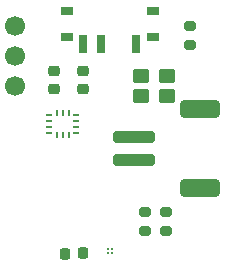
<source format=gtp>
%TF.GenerationSoftware,KiCad,Pcbnew,9.0.4*%
%TF.CreationDate,2025-08-25T23:49:45+01:00*%
%TF.ProjectId,smol-slime-xiao,736d6f6c-2d73-46c6-996d-652d7869616f,1.0*%
%TF.SameCoordinates,Original*%
%TF.FileFunction,Paste,Top*%
%TF.FilePolarity,Positive*%
%FSLAX46Y46*%
G04 Gerber Fmt 4.6, Leading zero omitted, Abs format (unit mm)*
G04 Created by KiCad (PCBNEW 9.0.4) date 2025-08-25 23:49:45*
%MOMM*%
%LPD*%
G01*
G04 APERTURE LIST*
G04 Aperture macros list*
%AMRoundRect*
0 Rectangle with rounded corners*
0 $1 Rounding radius*
0 $2 $3 $4 $5 $6 $7 $8 $9 X,Y pos of 4 corners*
0 Add a 4 corners polygon primitive as box body*
4,1,4,$2,$3,$4,$5,$6,$7,$8,$9,$2,$3,0*
0 Add four circle primitives for the rounded corners*
1,1,$1+$1,$2,$3*
1,1,$1+$1,$4,$5*
1,1,$1+$1,$6,$7*
1,1,$1+$1,$8,$9*
0 Add four rect primitives between the rounded corners*
20,1,$1+$1,$2,$3,$4,$5,0*
20,1,$1+$1,$4,$5,$6,$7,0*
20,1,$1+$1,$6,$7,$8,$9,0*
20,1,$1+$1,$8,$9,$2,$3,0*%
G04 Aperture macros list end*
%ADD10C,1.700000*%
%ADD11RoundRect,0.200000X-0.275000X0.200000X-0.275000X-0.200000X0.275000X-0.200000X0.275000X0.200000X0*%
%ADD12RoundRect,0.375000X1.325000X-0.375000X1.325000X0.375000X-1.325000X0.375000X-1.325000X-0.375000X0*%
%ADD13RoundRect,0.208333X1.541667X-0.291667X1.541667X0.291667X-1.541667X0.291667X-1.541667X-0.291667X0*%
%ADD14C,0.240000*%
%ADD15RoundRect,0.250000X0.450000X0.350000X-0.450000X0.350000X-0.450000X-0.350000X0.450000X-0.350000X0*%
%ADD16RoundRect,0.225000X-0.225000X-0.250000X0.225000X-0.250000X0.225000X0.250000X-0.225000X0.250000X0*%
%ADD17R,0.700000X1.500000*%
%ADD18R,1.000000X0.800000*%
%ADD19RoundRect,0.225000X-0.250000X0.225000X-0.250000X-0.225000X0.250000X-0.225000X0.250000X0.225000X0*%
%ADD20R,0.475000X0.250000*%
%ADD21R,0.250000X0.475000*%
G04 APERTURE END LIST*
D10*
%TO.C,J2*%
X142000000Y-89710000D03*
X142000000Y-92250000D03*
X142000000Y-94790000D03*
%TD*%
D11*
%TO.C,R3*%
X156750000Y-89675000D03*
X156750000Y-91325000D03*
%TD*%
D12*
%TO.C,J1*%
X157600000Y-103400000D03*
X157600000Y-96700000D03*
D13*
X152050000Y-101050000D03*
X152050000Y-99050000D03*
%TD*%
D11*
%TO.C,R2*%
X153000000Y-105425000D03*
X153000000Y-107075000D03*
%TD*%
D14*
%TO.C,U2*%
X149800000Y-108550000D03*
X150200000Y-108550000D03*
X149800000Y-108950000D03*
X150200000Y-108950000D03*
%TD*%
D15*
%TO.C,U3*%
X154850000Y-93900000D03*
X152650000Y-93900000D03*
X152650000Y-95600000D03*
X154850000Y-95600000D03*
%TD*%
D16*
%TO.C,C3*%
X146200000Y-109000000D03*
X147750000Y-108950000D03*
%TD*%
D11*
%TO.C,R1*%
X154750000Y-105425000D03*
X154750000Y-107075000D03*
%TD*%
D17*
%TO.C,SW1*%
X152250000Y-91250000D03*
X149250000Y-91250000D03*
X147750000Y-91250000D03*
D18*
X153650000Y-90600000D03*
X146350000Y-90600000D03*
X153650000Y-88400000D03*
X146350000Y-88400000D03*
%TD*%
D19*
%TO.C,C1*%
X147750000Y-93475000D03*
X147750000Y-95025000D03*
%TD*%
%TO.C,C2*%
X145250000Y-93475000D03*
X145250000Y-95025000D03*
%TD*%
D20*
%TO.C,U1*%
X147162500Y-98750000D03*
X147162500Y-98250000D03*
X147162500Y-97750000D03*
X147162500Y-97250000D03*
D21*
X146500000Y-97087500D03*
X146000000Y-97087500D03*
X145500000Y-97087500D03*
D20*
X144837500Y-97250000D03*
X144837500Y-97750000D03*
X144837500Y-98250000D03*
X144837500Y-98750000D03*
D21*
X145500000Y-98912500D03*
X146000000Y-98912500D03*
X146500000Y-98912500D03*
%TD*%
M02*

</source>
